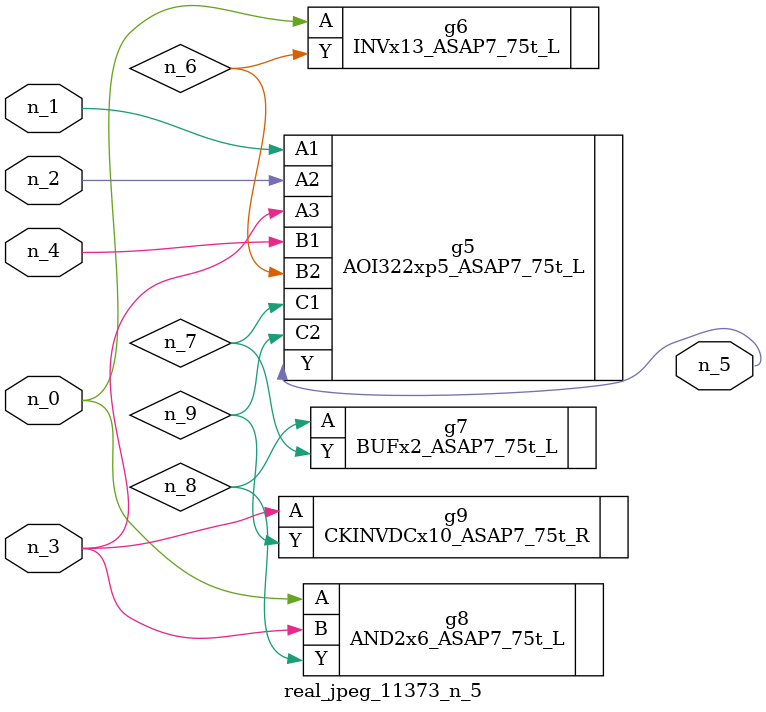
<source format=v>
module real_jpeg_11373_n_5 (n_4, n_0, n_1, n_2, n_3, n_5);

input n_4;
input n_0;
input n_1;
input n_2;
input n_3;

output n_5;

wire n_8;
wire n_6;
wire n_7;
wire n_9;

INVx13_ASAP7_75t_L g6 ( 
.A(n_0),
.Y(n_6)
);

AND2x6_ASAP7_75t_L g8 ( 
.A(n_0),
.B(n_3),
.Y(n_8)
);

AOI322xp5_ASAP7_75t_L g5 ( 
.A1(n_1),
.A2(n_2),
.A3(n_3),
.B1(n_4),
.B2(n_6),
.C1(n_7),
.C2(n_9),
.Y(n_5)
);

CKINVDCx10_ASAP7_75t_R g9 ( 
.A(n_3),
.Y(n_9)
);

BUFx2_ASAP7_75t_L g7 ( 
.A(n_8),
.Y(n_7)
);


endmodule
</source>
